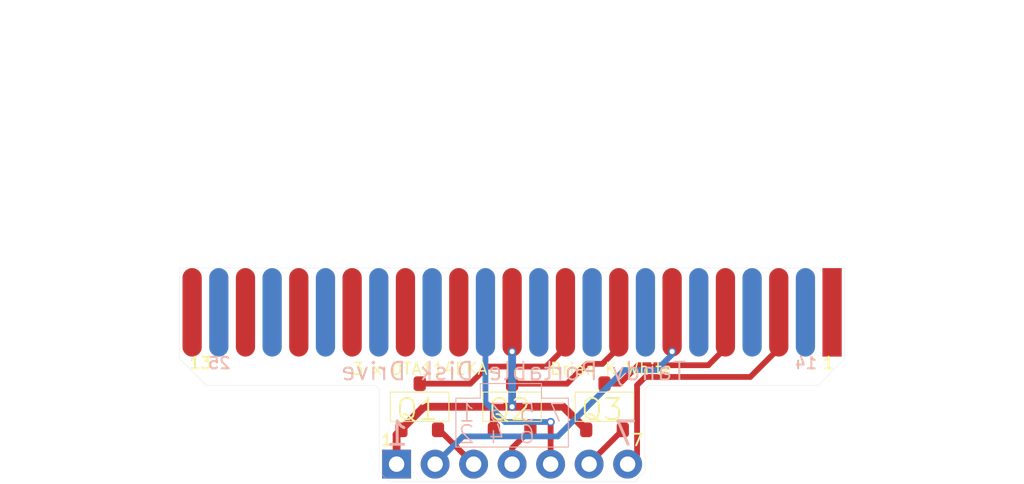
<source format=kicad_pcb>
(kicad_pcb (version 20171130) (host pcbnew 5.1.6-c6e7f7d~87~ubuntu20.04.1)

  (general
    (thickness 1.6)
    (drawings 28)
    (tracks 53)
    (zones 0)
    (modules 5)
    (nets 11)
  )

  (page USLetter)
  (layers
    (0 Top signal)
    (31 Bottom signal)
    (32 B.Adhes user hide)
    (33 F.Adhes user hide)
    (34 B.Paste user hide)
    (35 F.Paste user hide)
    (36 B.SilkS user)
    (37 F.SilkS user)
    (38 B.Mask user)
    (39 F.Mask user)
    (40 Dwgs.User user)
    (41 Cmts.User user hide)
    (42 Eco1.User user hide)
    (43 Eco2.User user hide)
    (44 Edge.Cuts user)
    (45 Margin user hide)
    (46 B.CrtYd user hide)
    (47 F.CrtYd user hide)
    (48 B.Fab user hide)
    (49 F.Fab user hide)
  )

  (setup
    (last_trace_width 0.16)
    (user_trace_width 0.2)
    (user_trace_width 0.3)
    (user_trace_width 0.4)
    (user_trace_width 0.5)
    (trace_clearance 0.16)
    (zone_clearance 0.508)
    (zone_45_only no)
    (trace_min 0.16)
    (via_size 0.42)
    (via_drill 0.26)
    (via_min_size 0.42)
    (via_min_drill 0.26)
    (uvia_size 0.42)
    (uvia_drill 0.26)
    (uvias_allowed no)
    (uvia_min_size 0.42)
    (uvia_min_drill 0.26)
    (edge_width 0.0127)
    (segment_width 0.254)
    (pcb_text_width 0.2032)
    (pcb_text_size 1.2192 1.2192)
    (mod_edge_width 0.0508)
    (mod_text_size 0.6096 0.6096)
    (mod_text_width 0.0508)
    (pad_size 1.524 1.524)
    (pad_drill 0.762)
    (pad_to_mask_clearance 0)
    (aux_axis_origin 0 0)
    (grid_origin 144.866 86.9315)
    (visible_elements FFFFFF7F)
    (pcbplotparams
      (layerselection 0x010fc_ffffffff)
      (usegerberextensions false)
      (usegerberattributes false)
      (usegerberadvancedattributes false)
      (creategerberjobfile false)
      (excludeedgelayer true)
      (linewidth 0.100000)
      (plotframeref false)
      (viasonmask false)
      (mode 1)
      (useauxorigin false)
      (hpglpennumber 1)
      (hpglpenspeed 20)
      (hpglpendiameter 15.000000)
      (psnegative false)
      (psa4output false)
      (plotreference true)
      (plotvalue true)
      (plotinvisibletext false)
      (padsonsilk false)
      (subtractmaskfromsilk false)
      (outputformat 1)
      (mirror false)
      (drillshape 1)
      (scaleselection 1)
      (outputdirectory ""))
  )

  (net 0 "")
  (net 1 /TXD)
  (net 2 /RXD_TTL)
  (net 3 /DTR)
  (net 4 /CTS_TTL)
  (net 5 /DSR_TTL)
  (net 6 /RTS)
  (net 7 /GND)
  (net 8 /DSR)
  (net 9 /CTS)
  (net 10 /RXD)

  (net_class Default "This is the default net class."
    (clearance 0.16)
    (trace_width 0.16)
    (via_dia 0.42)
    (via_drill 0.26)
    (uvia_dia 0.42)
    (uvia_drill 0.26)
    (diff_pair_width 0.16)
    (diff_pair_gap 0.16)
    (add_net /CTS)
    (add_net /CTS_TTL)
    (add_net /DSR)
    (add_net /DSR_TTL)
    (add_net /DTR)
    (add_net /GND)
    (add_net /RTS)
    (add_net /RXD)
    (add_net /RXD_TTL)
    (add_net /TXD)
  )

  (module 000_LOCAL:pins_1x7_2mm (layer Top) (tedit 5D2D8A8A) (tstamp 5F2D9C87)
    (at 144.866 94.4245)
    (descr "Through hole straight pin header, 1x07, 2.00mm pitch, single row")
    (tags "Through hole pin header THT 1x07 2.00mm single row")
    (path /5F2DD465)
    (fp_text reference J1 (at 0.5 -2.11) (layer F.SilkS) hide
      (effects (font (size 1 1) (thickness 0.15)))
    )
    (fp_text value "7 x wire pads" (at 0 1.89) (layer F.Fab) hide
      (effects (font (size 1 1) (thickness 0.15)))
    )
    (fp_line (start -7 0.5) (end -7 -1) (layer F.Fab) (width 0.1))
    (fp_line (start -7 -1) (end 7 -1) (layer F.Fab) (width 0.1))
    (fp_line (start 7 -1) (end 7 1) (layer F.Fab) (width 0.1))
    (fp_line (start 7 1) (end -6.5 1) (layer F.Fab) (width 0.1))
    (fp_line (start -6.5 1) (end -7 0.5) (layer F.Fab) (width 0.1))
    (fp_text user 7 (at 6.5 -1.253 unlocked) (layer F.SilkS)
      (effects (font (size 0.6 0.6) (thickness 0.1)))
    )
    (fp_text user 1 (at -6.51 -1.253 unlocked) (layer F.SilkS)
      (effects (font (size 0.6 0.6) (thickness 0.1)))
    )
    (fp_text user %R (at 0.5 -2.11 180) (layer F.Fab)
      (effects (font (size 1 1) (thickness 0.15)))
    )
    (pad 1 thru_hole rect (at -6 0 90) (size 1.5 1.5) (drill 0.8) (layers *.Cu *.Mask)
      (net 7 /GND))
    (pad 2 thru_hole circle (at -4 0 90) (size 1.5 1.5) (drill 0.8) (layers *.Cu *.Mask)
      (net 6 /RTS))
    (pad 3 thru_hole circle (at -2 0 90) (size 1.5 1.5) (drill 0.8) (layers *.Cu *.Mask)
      (net 5 /DSR_TTL))
    (pad 4 thru_hole circle (at 0 0 90) (size 1.5 1.5) (drill 0.8) (layers *.Cu *.Mask)
      (net 4 /CTS_TTL))
    (pad 5 thru_hole circle (at 2 0 90) (size 1.5 1.5) (drill 0.8) (layers *.Cu *.Mask)
      (net 3 /DTR))
    (pad 6 thru_hole circle (at 4 0 90) (size 1.5 1.5) (drill 0.8) (layers *.Cu *.Mask)
      (net 2 /RXD_TTL))
    (pad 7 thru_hole circle (at 6 0 90) (size 1.5 1.5) (drill 0.8) (layers *.Cu *.Mask)
      (net 1 /TXD))
    (model ${KISYS3DMOD}/Pin_Headers.3dshapes/Pin_Header_Straight_1x07_Pitch2.00mm.wrl
      (at (xyz 0 0 0))
      (scale (xyz 1 1 1))
      (rotate (xyz 0 0 0))
    )
  )

  (module 000_LOCAL:SC-59 (layer Top) (tedit 5F2C749B) (tstamp 5D237AEB)
    (at 149.666 91.44 90)
    (descr "SC-59, https://lib.chipdip.ru/images/import_diod/original/SOT-23_SC-59.jpg")
    (tags SC-59)
    (path /5F2E424E)
    (attr smd)
    (fp_text reference Q3 (at 0.5 -1.3 unlocked) (layer F.SilkS)
      (effects (font (size 1.1 1.1) (thickness 0.1)) (justify left top))
    )
    (fp_text value DTA114EKA (at -1.905 3.175 270) (layer F.Fab) hide
      (effects (font (size 1.2065 1.2065) (thickness 0.1016)) (justify left top))
    )
    (fp_line (start -0.762 1.516) (end 0.762 1.516) (layer F.SilkS) (width 0.0508))
    (fp_line (start -0.762 -1.524) (end 0.762 -1.524) (layer F.SilkS) (width 0.0508))
    (fp_line (start -0.762 -1.524) (end -0.762 1.516) (layer F.SilkS) (width 0.0508))
    (fp_line (start 0.762 -1.524) (end 0.762 1.516) (layer F.SilkS) (width 0.0508))
    (fp_text user %R (at 0 0) (layer F.Fab) hide
      (effects (font (size 0.5 0.5) (thickness 0.075)))
    )
    (pad 1 smd roundrect (at -1.2 -0.95 90) (size 0.762 0.635) (layers Top F.Paste F.Mask) (roundrect_rratio 0.25)
      (net 7 /GND))
    (pad 2 smd roundrect (at -1.2 0.95 90) (size 0.762 0.635) (layers Top F.Paste F.Mask) (roundrect_rratio 0.25)
      (net 2 /RXD_TTL))
    (pad 3 smd roundrect (at 1.2 0 90) (size 0.762 0.635) (layers Top F.Paste F.Mask) (roundrect_rratio 0.25)
      (net 10 /RXD))
    (model ${KIPRJMOD}/000_LOCAL.pretty/3dshapes/SC-59.step
      (at (xyz 0 0 0))
      (scale (xyz 1 1 1))
      (rotate (xyz 0 0 0))
    )
  )

  (module 000_LOCAL:SC-59 (layer Top) (tedit 5F2C749B) (tstamp 5D237AF8)
    (at 144.866 91.44 90)
    (descr "SC-59, https://lib.chipdip.ru/images/import_diod/original/SOT-23_SC-59.jpg")
    (tags SC-59)
    (path /5F2E2C8F)
    (attr smd)
    (fp_text reference Q2 (at 0.5 -1.3 unlocked) (layer F.SilkS)
      (effects (font (size 1.1 1.1) (thickness 0.1)) (justify left top))
    )
    (fp_text value DTA114EKA (at -1.905 3.175 270) (layer F.Fab) hide
      (effects (font (size 1.2065 1.2065) (thickness 0.1016)) (justify left top))
    )
    (fp_line (start -0.762 1.516) (end 0.762 1.516) (layer F.SilkS) (width 0.0508))
    (fp_line (start -0.762 -1.524) (end 0.762 -1.524) (layer F.SilkS) (width 0.0508))
    (fp_line (start -0.762 -1.524) (end -0.762 1.516) (layer F.SilkS) (width 0.0508))
    (fp_line (start 0.762 -1.524) (end 0.762 1.516) (layer F.SilkS) (width 0.0508))
    (fp_text user %R (at 0 0) (layer F.Fab) hide
      (effects (font (size 0.5 0.5) (thickness 0.075)))
    )
    (pad 1 smd roundrect (at -1.2 -0.95 90) (size 0.762 0.635) (layers Top F.Paste F.Mask) (roundrect_rratio 0.25)
      (net 7 /GND))
    (pad 2 smd roundrect (at -1.2 0.95 90) (size 0.762 0.635) (layers Top F.Paste F.Mask) (roundrect_rratio 0.25)
      (net 4 /CTS_TTL))
    (pad 3 smd roundrect (at 1.2 0 90) (size 0.762 0.635) (layers Top F.Paste F.Mask) (roundrect_rratio 0.25)
      (net 9 /CTS))
    (model ${KIPRJMOD}/000_LOCAL.pretty/3dshapes/SC-59.step
      (at (xyz 0 0 0))
      (scale (xyz 1 1 1))
      (rotate (xyz 0 0 0))
    )
  )

  (module 000_LOCAL:SC-59 (layer Top) (tedit 5F2C749B) (tstamp 5D237B05)
    (at 140.066 91.44 90)
    (descr "SC-59, https://lib.chipdip.ru/images/import_diod/original/SOT-23_SC-59.jpg")
    (tags SC-59)
    (path /5F2DFF29)
    (attr smd)
    (fp_text reference Q1 (at 0.5 -1.3 unlocked) (layer F.SilkS)
      (effects (font (size 1.1 1.1) (thickness 0.1)) (justify left top))
    )
    (fp_text value DTA114EKA (at -1.905 3.175 270) (layer F.Fab) hide
      (effects (font (size 1.2065 1.2065) (thickness 0.1016)) (justify left top))
    )
    (fp_line (start -0.762 1.516) (end 0.762 1.516) (layer F.SilkS) (width 0.0508))
    (fp_line (start -0.762 -1.524) (end 0.762 -1.524) (layer F.SilkS) (width 0.0508))
    (fp_line (start -0.762 -1.524) (end -0.762 1.516) (layer F.SilkS) (width 0.0508))
    (fp_line (start 0.762 -1.524) (end 0.762 1.516) (layer F.SilkS) (width 0.0508))
    (fp_text user %R (at 0 0) (layer F.Fab) hide
      (effects (font (size 0.5 0.5) (thickness 0.075)))
    )
    (pad 1 smd roundrect (at -1.2 -0.95 90) (size 0.762 0.635) (layers Top F.Paste F.Mask) (roundrect_rratio 0.25)
      (net 7 /GND))
    (pad 2 smd roundrect (at -1.2 0.95 90) (size 0.762 0.635) (layers Top F.Paste F.Mask) (roundrect_rratio 0.25)
      (net 5 /DSR_TTL))
    (pad 3 smd roundrect (at 1.2 0 90) (size 0.762 0.635) (layers Top F.Paste F.Mask) (roundrect_rratio 0.25)
      (net 8 /DSR))
    (model ${KIPRJMOD}/000_LOCAL.pretty/3dshapes/SC-59.step
      (at (xyz 0 0 0))
      (scale (xyz 1 1 1))
      (rotate (xyz 0 0 0))
    )
  )

  (module 000_LOCAL:DSUB-25_Male_EdgeMount_P2.77mm (layer Top) (tedit 5F2C6A8A) (tstamp 5D238661)
    (at 144.866 86.0315 180)
    (descr "25-pin D-Sub connector, solder-cups edge-mounted, male, x-pin-pitch 2.77mm, distance of mounting holes 47.1mm, see https://disti-assets.s3.amazonaws.com/tonar/files/datasheets/16730.pdf")
    (tags "25-pin D-Sub connector edge mount solder cup male x-pin-pitch 2.77mm mounting holes distance 47.1mm")
    (path /5F2D078E)
    (attr smd)
    (fp_text reference J2 (at -10.2616 10.16) (layer F.SilkS) hide
      (effects (font (size 1.6891 1.6891) (thickness 0.1778)) (justify right bottom))
    )
    (fp_text value DB25_Male (at -0.1016 10.16) (layer F.Fab) hide
      (effects (font (size 1.6891 1.6891) (thickness 0.1778)) (justify right bottom))
    )
    (fp_line (start -17.22 -0.91) (end -17.22 1.99) (layer F.Fab) (width 0.1))
    (fp_line (start -17.22 1.99) (end -16.02 1.99) (layer F.Fab) (width 0.1))
    (fp_line (start -16.02 1.99) (end -16.02 -0.91) (layer F.Fab) (width 0.1))
    (fp_line (start -16.02 -0.91) (end -17.22 -0.91) (layer F.Fab) (width 0.1))
    (fp_line (start -14.45 -0.91) (end -14.45 1.99) (layer F.Fab) (width 0.1))
    (fp_line (start -14.45 1.99) (end -13.25 1.99) (layer F.Fab) (width 0.1))
    (fp_line (start -13.25 1.99) (end -13.25 -0.91) (layer F.Fab) (width 0.1))
    (fp_line (start -13.25 -0.91) (end -14.45 -0.91) (layer F.Fab) (width 0.1))
    (fp_line (start -11.68 -0.91) (end -11.68 1.99) (layer F.Fab) (width 0.1))
    (fp_line (start -11.68 1.99) (end -10.48 1.99) (layer F.Fab) (width 0.1))
    (fp_line (start -10.48 1.99) (end -10.48 -0.91) (layer F.Fab) (width 0.1))
    (fp_line (start -10.48 -0.91) (end -11.68 -0.91) (layer F.Fab) (width 0.1))
    (fp_line (start -8.91 -0.91) (end -8.91 1.99) (layer F.Fab) (width 0.1))
    (fp_line (start -8.91 1.99) (end -7.71 1.99) (layer F.Fab) (width 0.1))
    (fp_line (start -7.71 1.99) (end -7.71 -0.91) (layer F.Fab) (width 0.1))
    (fp_line (start -7.71 -0.91) (end -8.91 -0.91) (layer F.Fab) (width 0.1))
    (fp_line (start -6.14 -0.91) (end -6.14 1.99) (layer F.Fab) (width 0.1))
    (fp_line (start -6.14 1.99) (end -4.94 1.99) (layer F.Fab) (width 0.1))
    (fp_line (start -4.94 1.99) (end -4.94 -0.91) (layer F.Fab) (width 0.1))
    (fp_line (start -4.94 -0.91) (end -6.14 -0.91) (layer F.Fab) (width 0.1))
    (fp_line (start -3.37 -0.91) (end -3.37 1.99) (layer F.Fab) (width 0.1))
    (fp_line (start -3.37 1.99) (end -2.17 1.99) (layer F.Fab) (width 0.1))
    (fp_line (start -2.17 1.99) (end -2.17 -0.91) (layer F.Fab) (width 0.1))
    (fp_line (start -2.17 -0.91) (end -3.37 -0.91) (layer F.Fab) (width 0.1))
    (fp_line (start -0.6 -0.91) (end -0.6 1.99) (layer F.Fab) (width 0.1))
    (fp_line (start -0.6 1.99) (end 0.6 1.99) (layer F.Fab) (width 0.1))
    (fp_line (start 0.6 1.99) (end 0.6 -0.91) (layer F.Fab) (width 0.1))
    (fp_line (start 0.6 -0.91) (end -0.6 -0.91) (layer F.Fab) (width 0.1))
    (fp_line (start 2.17 -0.91) (end 2.17 1.99) (layer F.Fab) (width 0.1))
    (fp_line (start 2.17 1.99) (end 3.37 1.99) (layer F.Fab) (width 0.1))
    (fp_line (start 3.37 1.99) (end 3.37 -0.91) (layer F.Fab) (width 0.1))
    (fp_line (start 3.37 -0.91) (end 2.17 -0.91) (layer F.Fab) (width 0.1))
    (fp_line (start 4.94 -0.91) (end 4.94 1.99) (layer F.Fab) (width 0.1))
    (fp_line (start 4.94 1.99) (end 6.14 1.99) (layer F.Fab) (width 0.1))
    (fp_line (start 6.14 1.99) (end 6.14 -0.91) (layer F.Fab) (width 0.1))
    (fp_line (start 6.14 -0.91) (end 4.94 -0.91) (layer F.Fab) (width 0.1))
    (fp_line (start 7.71 -0.91) (end 7.71 1.99) (layer F.Fab) (width 0.1))
    (fp_line (start 7.71 1.99) (end 8.91 1.99) (layer F.Fab) (width 0.1))
    (fp_line (start 8.91 1.99) (end 8.91 -0.91) (layer F.Fab) (width 0.1))
    (fp_line (start 8.91 -0.91) (end 7.71 -0.91) (layer F.Fab) (width 0.1))
    (fp_line (start 10.48 -0.91) (end 10.48 1.99) (layer F.Fab) (width 0.1))
    (fp_line (start 10.48 1.99) (end 11.68 1.99) (layer F.Fab) (width 0.1))
    (fp_line (start 11.68 1.99) (end 11.68 -0.91) (layer F.Fab) (width 0.1))
    (fp_line (start 11.68 -0.91) (end 10.48 -0.91) (layer F.Fab) (width 0.1))
    (fp_line (start 13.25 -0.91) (end 13.25 1.99) (layer F.Fab) (width 0.1))
    (fp_line (start 13.25 1.99) (end 14.45 1.99) (layer F.Fab) (width 0.1))
    (fp_line (start 14.45 1.99) (end 14.45 -0.91) (layer F.Fab) (width 0.1))
    (fp_line (start 14.45 -0.91) (end 13.25 -0.91) (layer F.Fab) (width 0.1))
    (fp_line (start 16.02 -0.91) (end 16.02 1.99) (layer F.Fab) (width 0.1))
    (fp_line (start 16.02 1.99) (end 17.22 1.99) (layer F.Fab) (width 0.1))
    (fp_line (start 17.22 1.99) (end 17.22 -0.91) (layer F.Fab) (width 0.1))
    (fp_line (start 17.22 -0.91) (end 16.02 -0.91) (layer F.Fab) (width 0.1))
    (fp_line (start -15.835 -0.91) (end -15.835 1.99) (layer B.Fab) (width 0.1))
    (fp_line (start -15.835 1.99) (end -14.635 1.99) (layer B.Fab) (width 0.1))
    (fp_line (start -14.635 1.99) (end -14.635 -0.91) (layer B.Fab) (width 0.1))
    (fp_line (start -14.635 -0.91) (end -15.835 -0.91) (layer B.Fab) (width 0.1))
    (fp_line (start -13.065 -0.91) (end -13.065 1.99) (layer B.Fab) (width 0.1))
    (fp_line (start -13.065 1.99) (end -11.865 1.99) (layer B.Fab) (width 0.1))
    (fp_line (start -11.865 1.99) (end -11.865 -0.91) (layer B.Fab) (width 0.1))
    (fp_line (start -11.865 -0.91) (end -13.065 -0.91) (layer B.Fab) (width 0.1))
    (fp_line (start -10.295 -0.91) (end -10.295 1.99) (layer B.Fab) (width 0.1))
    (fp_line (start -10.295 1.99) (end -9.095 1.99) (layer B.Fab) (width 0.1))
    (fp_line (start -9.095 1.99) (end -9.095 -0.91) (layer B.Fab) (width 0.1))
    (fp_line (start -9.095 -0.91) (end -10.295 -0.91) (layer B.Fab) (width 0.1))
    (fp_line (start -7.525 -0.91) (end -7.525 1.99) (layer B.Fab) (width 0.1))
    (fp_line (start -7.525 1.99) (end -6.325 1.99) (layer B.Fab) (width 0.1))
    (fp_line (start -6.325 1.99) (end -6.325 -0.91) (layer B.Fab) (width 0.1))
    (fp_line (start -6.325 -0.91) (end -7.525 -0.91) (layer B.Fab) (width 0.1))
    (fp_line (start -4.755 -0.91) (end -4.755 1.99) (layer B.Fab) (width 0.1))
    (fp_line (start -4.755 1.99) (end -3.555 1.99) (layer B.Fab) (width 0.1))
    (fp_line (start -3.555 1.99) (end -3.555 -0.91) (layer B.Fab) (width 0.1))
    (fp_line (start -3.555 -0.91) (end -4.755 -0.91) (layer B.Fab) (width 0.1))
    (fp_line (start -1.985 -0.91) (end -1.985 1.99) (layer B.Fab) (width 0.1))
    (fp_line (start -1.985 1.99) (end -0.785 1.99) (layer B.Fab) (width 0.1))
    (fp_line (start -0.785 1.99) (end -0.785 -0.91) (layer B.Fab) (width 0.1))
    (fp_line (start -0.785 -0.91) (end -1.985 -0.91) (layer B.Fab) (width 0.1))
    (fp_line (start 0.785 -0.91) (end 0.785 1.99) (layer B.Fab) (width 0.1))
    (fp_line (start 0.785 1.99) (end 1.985 1.99) (layer B.Fab) (width 0.1))
    (fp_line (start 1.985 1.99) (end 1.985 -0.91) (layer B.Fab) (width 0.1))
    (fp_line (start 1.985 -0.91) (end 0.785 -0.91) (layer B.Fab) (width 0.1))
    (fp_line (start 3.555 -0.91) (end 3.555 1.99) (layer B.Fab) (width 0.1))
    (fp_line (start 3.555 1.99) (end 4.755 1.99) (layer B.Fab) (width 0.1))
    (fp_line (start 4.755 1.99) (end 4.755 -0.91) (layer B.Fab) (width 0.1))
    (fp_line (start 4.755 -0.91) (end 3.555 -0.91) (layer B.Fab) (width 0.1))
    (fp_line (start 6.325 -0.91) (end 6.325 1.99) (layer B.Fab) (width 0.1))
    (fp_line (start 6.325 1.99) (end 7.525 1.99) (layer B.Fab) (width 0.1))
    (fp_line (start 7.525 1.99) (end 7.525 -0.91) (layer B.Fab) (width 0.1))
    (fp_line (start 7.525 -0.91) (end 6.325 -0.91) (layer B.Fab) (width 0.1))
    (fp_line (start 9.095 -0.91) (end 9.095 1.99) (layer B.Fab) (width 0.1))
    (fp_line (start 9.095 1.99) (end 10.295 1.99) (layer B.Fab) (width 0.1))
    (fp_line (start 10.295 1.99) (end 10.295 -0.91) (layer B.Fab) (width 0.1))
    (fp_line (start 10.295 -0.91) (end 9.095 -0.91) (layer B.Fab) (width 0.1))
    (fp_line (start 11.865 -0.91) (end 11.865 1.99) (layer B.Fab) (width 0.1))
    (fp_line (start 11.865 1.99) (end 13.065 1.99) (layer B.Fab) (width 0.1))
    (fp_line (start 13.065 1.99) (end 13.065 -0.91) (layer B.Fab) (width 0.1))
    (fp_line (start 13.065 -0.91) (end 11.865 -0.91) (layer B.Fab) (width 0.1))
    (fp_line (start 14.635 -0.91) (end 14.635 1.99) (layer B.Fab) (width 0.1))
    (fp_line (start 14.635 1.99) (end 15.835 1.99) (layer B.Fab) (width 0.1))
    (fp_line (start 15.835 1.99) (end 15.835 -0.91) (layer B.Fab) (width 0.1))
    (fp_line (start 15.835 -0.91) (end 14.635 -0.91) (layer B.Fab) (width 0.1))
    (fp_line (start -18.55 1.99) (end -18.55 4.79) (layer F.Fab) (width 0.1))
    (fp_line (start -18.55 4.79) (end 18.55 4.79) (layer F.Fab) (width 0.1))
    (fp_line (start 18.55 4.79) (end 18.55 1.99) (layer F.Fab) (width 0.1))
    (fp_line (start 18.55 1.99) (end -18.55 1.99) (layer F.Fab) (width 0.1))
    (fp_line (start -19.55 4.79) (end -19.55 9.29) (layer F.Fab) (width 0.1))
    (fp_line (start -19.55 9.29) (end 19.55 9.29) (layer F.Fab) (width 0.1))
    (fp_line (start 19.55 9.29) (end 19.55 4.79) (layer F.Fab) (width 0.1))
    (fp_line (start 19.55 4.79) (end -19.55 4.79) (layer F.Fab) (width 0.1))
    (fp_line (start -26.55 9.29) (end -26.55 9.69) (layer F.Fab) (width 0.1))
    (fp_line (start -26.55 9.69) (end 26.55 9.69) (layer F.Fab) (width 0.1))
    (fp_line (start 26.55 9.69) (end 26.55 9.29) (layer F.Fab) (width 0.1))
    (fp_line (start 26.55 9.29) (end -26.55 9.29) (layer F.Fab) (width 0.1))
    (fp_line (start -19.15 9.69) (end -19.15 15.69) (layer F.Fab) (width 0.1))
    (fp_line (start -19.15 15.69) (end 19.15 15.69) (layer F.Fab) (width 0.1))
    (fp_line (start 19.15 15.69) (end 19.15 9.69) (layer F.Fab) (width 0.1))
    (fp_line (start 19.15 9.69) (end -19.15 9.69) (layer F.Fab) (width 0.1))
    (fp_text user 14 (at -14.62 -3.49) (layer B.SilkS)
      (effects (font (size 0.6 0.6) (thickness 0.1)) (justify right bottom mirror))
    )
    (fp_text user 13 (at 15.55 -3.49) (layer F.SilkS)
      (effects (font (size 0.6 0.6) (thickness 0.1)) (justify right bottom))
    )
    (fp_text user 25 (at 15.85 -3.49) (layer B.SilkS)
      (effects (font (size 0.6 0.6) (thickness 0.1)) (justify right bottom mirror))
    )
    (fp_text user 1 (at -16.79 -3.49) (layer F.SilkS)
      (effects (font (size 0.6 0.6) (thickness 0.1)) (justify right bottom))
    )
    (fp_text user %R (at 0 3.39) (layer F.Fab)
      (effects (font (size 1 1) (thickness 0.15)))
    )
    (pad 25 smd oval (at 15.235 -0.5 180) (size 1 4.6) (layers Bottom B.Paste B.Mask))
    (pad 24 smd oval (at 12.465 -0.5 180) (size 1 4.6) (layers Bottom B.Paste B.Mask))
    (pad 23 smd oval (at 9.695 -0.5 180) (size 1 4.6) (layers Bottom B.Paste B.Mask))
    (pad 22 smd oval (at 6.925 -0.5 180) (size 1 4.6) (layers Bottom B.Paste B.Mask))
    (pad 21 smd oval (at 4.155 -0.5 180) (size 1 4.6) (layers Bottom B.Paste B.Mask))
    (pad 20 smd oval (at 1.385 -0.5 180) (size 1 4.6) (layers Bottom B.Paste B.Mask)
      (net 3 /DTR))
    (pad 19 smd oval (at -1.385 -0.5 180) (size 1 4.6) (layers Bottom B.Paste B.Mask))
    (pad 18 smd oval (at -4.155 -0.5 180) (size 1 4.6) (layers Bottom B.Paste B.Mask))
    (pad 17 smd oval (at -6.925 -0.5 180) (size 1 4.6) (layers Bottom B.Paste B.Mask))
    (pad 16 smd oval (at -9.695 -0.5 180) (size 1 4.6) (layers Bottom B.Paste B.Mask))
    (pad 15 smd oval (at -12.465 -0.5 180) (size 1 4.6) (layers Bottom B.Paste B.Mask))
    (pad 14 smd oval (at -15.235 -0.5 180) (size 1 4.6) (layers Bottom B.Paste B.Mask))
    (pad 13 smd oval (at 16.62 -0.5 180) (size 1 4.6) (layers Top F.Paste F.Mask))
    (pad 12 smd oval (at 13.85 -0.5 180) (size 1 4.6) (layers Top F.Paste F.Mask))
    (pad 11 smd oval (at 11.08 -0.5 180) (size 1 4.6) (layers Top F.Paste F.Mask))
    (pad 10 smd oval (at 8.31 -0.5 180) (size 1 4.6) (layers Top F.Paste F.Mask))
    (pad 9 smd oval (at 5.54 -0.5 180) (size 1 4.6) (layers Top F.Paste F.Mask))
    (pad 8 smd oval (at 2.77 -0.5 180) (size 1 4.6) (layers Top F.Paste F.Mask))
    (pad 7 smd oval (at 0 -0.5 180) (size 1 4.6) (layers Top F.Paste F.Mask)
      (net 7 /GND))
    (pad 6 smd oval (at -2.77 -0.5 180) (size 1 4.6) (layers Top F.Paste F.Mask)
      (net 8 /DSR))
    (pad 5 smd oval (at -5.54 -0.5 180) (size 1 4.6) (layers Top F.Paste F.Mask)
      (net 9 /CTS))
    (pad 4 smd oval (at -8.31 -0.5 180) (size 1 4.6) (layers Top F.Paste F.Mask)
      (net 6 /RTS))
    (pad 3 smd oval (at -11.08 -0.5 180) (size 1 4.6) (layers Top F.Paste F.Mask)
      (net 10 /RXD))
    (pad 2 smd oval (at -13.85 -0.5 180) (size 1 4.6) (layers Top F.Paste F.Mask)
      (net 1 /TXD))
    (pad 1 smd rect (at -16.62 -0.5 180) (size 1 4.6) (layers Top F.Paste F.Mask))
    (model ${KIPRJMOD}/000_LOCAL.pretty/3dshapes/connector_a-ds_25_pp_z.stp
      (offset (xyz 0 -8.199999999999999 -0.87))
      (scale (xyz 1 1 1))
      (rotate (xyz -90 0 0))
    )
  )

  (gr_line (start 127.586 88.9315) (end 128.986 90.3315) (layer Edge.Cuts) (width 0.0127) (tstamp 5F2D0447))
  (gr_line (start 162.146 88.9315) (end 160.746 90.3315) (layer Edge.Cuts) (width 0.0127))
  (gr_line (start 137.966 94.8115) (end 138.486 95.3315) (layer Edge.Cuts) (width 0.0127) (tstamp 5F2CFD67))
  (gr_line (start 137.966 90.5315) (end 137.966 94.8115) (layer Edge.Cuts) (width 0.0127) (tstamp 5F2CFD63))
  (gr_line (start 137.966 90.5315) (end 137.766 90.3315) (layer Edge.Cuts) (width 0.0127) (tstamp 5F2CFD5C))
  (gr_line (start 128.986 90.3315) (end 137.766 90.3315) (layer Edge.Cuts) (width 0.0127) (tstamp 5F2CFD59))
  (gr_line (start 151.246 95.3315) (end 138.486 95.3315) (layer Edge.Cuts) (width 0.0127))
  (gr_line (start 151.766 94.8115) (end 151.246 95.3315) (layer Edge.Cuts) (width 0.0127))
  (gr_line (start 162.146 88.9315) (end 162.146 84.2315) (layer Edge.Cuts) (width 0.0127))
  (gr_line (start 151.966 90.3315) (end 160.746 90.3315) (layer Edge.Cuts) (width 0.0127))
  (gr_line (start 151.766 90.5315) (end 151.966 90.3315) (layer Edge.Cuts) (width 0.0127) (tstamp 5F2CFCF6))
  (gr_line (start 127.586 84.2315) (end 127.586 88.9315) (layer Edge.Cuts) (width 0.0127))
  (gr_line (start 151.766 90.5315) (end 151.766 94.8115) (layer Edge.Cuts) (width 0.0127) (tstamp 5F2C6FC9))
  (gr_line (start 127.586 84.2315) (end 162.146 84.2315) (layer Edge.Cuts) (width 0.0127))
  (gr_line (start 147.787 90.9955) (end 147.787 93.5355) (layer B.SilkS) (width 0.0508) (tstamp 5D2D7831))
  (gr_line (start 146.39 90.9955) (end 147.787 90.9955) (layer B.SilkS) (width 0.0508))
  (gr_line (start 146.39 90.2335) (end 146.39 90.9955) (layer B.SilkS) (width 0.0508))
  (gr_line (start 143.215 90.9955) (end 143.215 90.2335) (layer B.SilkS) (width 0.0508) (tstamp 5D2D7830))
  (gr_line (start 141.945 90.9955) (end 143.215 90.9955) (layer B.SilkS) (width 0.0508))
  (gr_line (start 141.945 93.5355) (end 141.945 90.9955) (layer B.SilkS) (width 0.0508))
  (gr_line (start 143.215 90.2335) (end 146.39 90.2335) (layer B.SilkS) (width 0.0508))
  (gr_line (start 147.787 93.5355) (end 141.945 93.5355) (layer B.SilkS) (width 0.0508))
  (gr_text "  6 4 2" (at 144.766 92.8815) (layer B.SilkS) (tstamp 5D2D7818)
    (effects (font (size 0.9144 0.9144) (thickness 0.0762)) (justify mirror))
  )
  (gr_text "7 5 3 1" (at 144.866 91.7575) (layer B.SilkS)
    (effects (font (size 0.9144 0.9144) (thickness 0.0762)) (justify mirror))
  )
  (gr_text 7 (at 150.7715 92.837) (layer B.SilkS) (tstamp 5F2D9C73)
    (effects (font (size 1.2192 1.2192) (thickness 0.1524)) (justify mirror))
  )
  (gr_text 1 (at 138.897 92.837) (layer B.SilkS)
    (effects (font (size 1.2192 1.2192) (thickness 0.1524)) (justify mirror))
  )
  (gr_text "3 x DTA114EKA       Brian K White" (at 144.866 89.4715) (layer F.SilkS)
    (effects (font (size 0.6096 0.6096) (thickness 0.0762)))
  )
  (gr_text "Tandy Portable Disk Drive" (at 144.9295 89.5985) (layer B.SilkS)
    (effects (font (size 0.9144 0.9144) (thickness 0.1016)) (justify mirror))
  )

  (segment (start 158.716 88.4115) (end 158.716 86.5315) (width 0.3) (layer Top) (net 1))
  (segment (start 151.786 89.8915) (end 157.236 89.8915) (width 0.3) (layer Top) (net 1))
  (segment (start 151.356 90.3215) (end 151.786 89.8915) (width 0.3) (layer Top) (net 1))
  (segment (start 151.356 93.9315) (end 151.356 90.3215) (width 0.3) (layer Top) (net 1))
  (segment (start 150.866 94.4215) (end 151.356 93.9315) (width 0.3) (layer Top) (net 1))
  (segment (start 157.236 89.8915) (end 158.716 88.4115) (width 0.3) (layer Top) (net 1))
  (segment (start 150.866 94.4245) (end 150.866 94.4215) (width 0.3) (layer Top) (net 1))
  (segment (start 148.866 94.39) (end 150.616 92.64) (width 0.3) (layer Top) (net 2))
  (segment (start 148.866 94.4245) (end 148.866 94.39) (width 0.3) (layer Top) (net 2))
  (segment (start 146.866 92.2335) (end 146.866 94.4245) (width 0.3) (layer Top) (net 3))
  (via (at 146.866 92.2335) (size 0.42) (drill 0.26) (layers Top Bottom) (net 3))
  (segment (start 143.481 91.2165) (end 143.481 86.5315) (width 0.3) (layer Bottom) (net 3))
  (segment (start 144.498 92.2335) (end 143.481 91.2165) (width 0.3) (layer Bottom) (net 3))
  (segment (start 146.866 92.2335) (end 144.498 92.2335) (width 0.3) (layer Bottom) (net 3))
  (segment (start 144.866 93.59) (end 145.816 92.64) (width 0.3) (layer Top) (net 4))
  (segment (start 144.866 94.4245) (end 144.866 93.59) (width 0.3) (layer Top) (net 4))
  (segment (start 141.0815 92.64) (end 142.866 94.4245) (width 0.3) (layer Top) (net 5))
  (segment (start 141.016 92.64) (end 141.0815 92.64) (width 0.3) (layer Top) (net 5))
  (via (at 153.176 88.5715) (size 0.42) (drill 0.26) (layers Top Bottom) (net 6))
  (segment (start 142.309 92.9815) (end 140.866 94.4245) (width 0.3) (layer Bottom) (net 6))
  (segment (start 147.236 92.9815) (end 142.309 92.9815) (width 0.3) (layer Bottom) (net 6))
  (segment (start 150.686 89.5315) (end 147.236 92.9815) (width 0.3) (layer Bottom) (net 6))
  (segment (start 152.366 89.5315) (end 150.686 89.5315) (width 0.3) (layer Bottom) (net 6))
  (segment (start 153.176 88.7215) (end 152.366 89.5315) (width 0.3) (layer Bottom) (net 6))
  (segment (start 153.176 88.5715) (end 153.176 88.7215) (width 0.3) (layer Bottom) (net 6))
  (via (at 144.866 88.5715) (size 0.42) (drill 0.26) (layers Top Bottom) (net 7))
  (via (at 144.866 91.44) (size 0.42) (drill 0.26) (layers Top Bottom) (net 7))
  (segment (start 139.116 92.64) (end 139.116 92.618) (width 0.4064) (layer Top) (net 7))
  (segment (start 139.116 92.618) (end 140.294 91.44) (width 0.4064) (layer Top) (net 7))
  (segment (start 147.516 91.44) (end 148.716 92.64) (width 0.4064) (layer Top) (net 7))
  (segment (start 144.866 91.44) (end 147.516 91.44) (width 0.4064) (layer Top) (net 7))
  (segment (start 143.916 92.64) (end 143.916 91.4425) (width 0.4064) (layer Top) (net 7))
  (segment (start 143.916 91.4425) (end 143.9135 91.44) (width 0.4064) (layer Top) (net 7))
  (segment (start 140.294 91.44) (end 143.9135 91.44) (width 0.4064) (layer Top) (net 7))
  (segment (start 143.9135 91.44) (end 144.866 91.44) (width 0.4064) (layer Top) (net 7))
  (segment (start 138.866 92.89) (end 138.866 94.4245) (width 0.4064) (layer Top) (net 7))
  (segment (start 139.116 92.64) (end 138.866 92.89) (width 0.4064) (layer Top) (net 7))
  (segment (start 144.866 91.44) (end 144.866 88.5715) (width 0.4064) (layer Bottom) (net 7))
  (segment (start 142.6975 90.24) (end 140.066 90.24) (width 0.3) (layer Top) (net 8))
  (segment (start 143.586 89.3515) (end 142.6975 90.24) (width 0.3) (layer Top) (net 8))
  (segment (start 146.636 89.3515) (end 143.586 89.3515) (width 0.3) (layer Top) (net 8))
  (segment (start 147.636 88.3515) (end 146.636 89.3515) (width 0.3) (layer Top) (net 8))
  (segment (start 147.636 86.5315) (end 147.636 88.3515) (width 0.3) (layer Top) (net 8))
  (segment (start 150.406 88.3615) (end 150.406 86.5315) (width 0.3) (layer Top) (net 9))
  (segment (start 149.556 89.2115) (end 150.406 88.3615) (width 0.3) (layer Top) (net 9))
  (segment (start 148.746 89.2115) (end 149.556 89.2115) (width 0.3) (layer Top) (net 9))
  (segment (start 147.7175 90.24) (end 148.746 89.2115) (width 0.3) (layer Top) (net 9))
  (segment (start 144.866 90.24) (end 147.7175 90.24) (width 0.3) (layer Top) (net 9))
  (segment (start 155.946 88.3915) (end 155.946 86.5315) (width 0.3) (layer Top) (net 10))
  (segment (start 155.056 89.2815) (end 155.946 88.3915) (width 0.3) (layer Top) (net 10))
  (segment (start 151.416 89.2815) (end 155.056 89.2815) (width 0.3) (layer Top) (net 10))
  (segment (start 150.4575 90.24) (end 151.416 89.2815) (width 0.3) (layer Top) (net 10))
  (segment (start 149.666 90.24) (end 150.4575 90.24) (width 0.3) (layer Top) (net 10))

)

</source>
